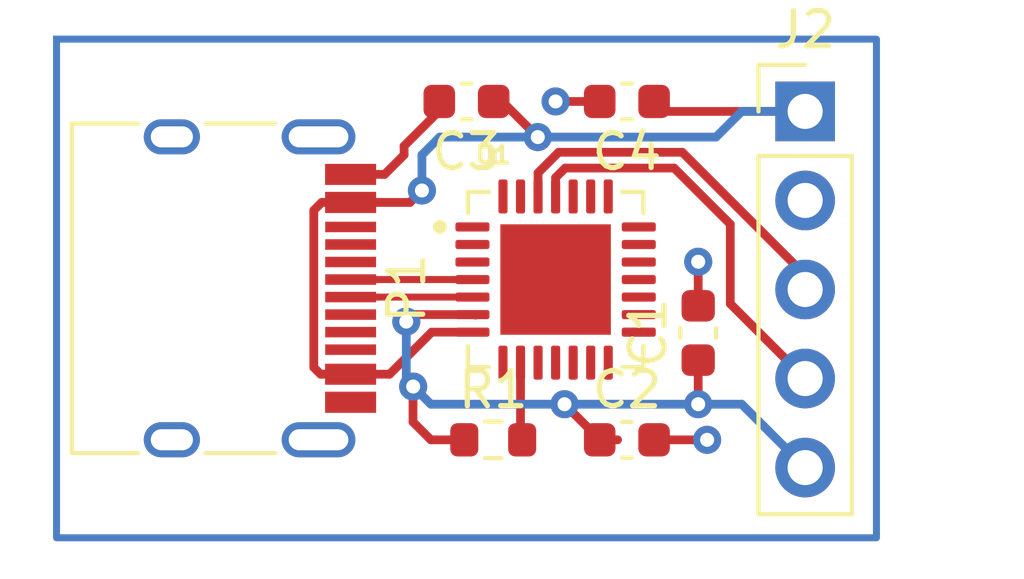
<source format=kicad_pcb>
(kicad_pcb (version 20221018) (generator pcbnew)
  (layers (0 "F.Cu" signal) (31 "B.Cu" signal) (34 "B.Paste" user) (35 "F.Paste" user) (36 "B.SilkS" user "B.Silkscreen") (37 "F.SilkS" user "F.Silkscreen") (38 "B.Mask" user) (39 "F.Mask" user) (44 "Edge.Cuts" user))
  (net 0 "")
  (net 1 "VDD")
  (net 2 "GND")
  (net 3 "VBUS")
  (net 4 "TXD")
  (net 5 "RXD")
  (net 7 "D+")
  (net 8 "D-")
  (net 10 "Net-(U1-~{RST})")
  (footprint "Capacitor_SMD:C_0603_1608Metric" (layer "F.Cu") (at 117.094 91.186)
    (fp_text reference "C2" (at 0 -1.43) (layer "F.SilkS"))
    (fp_text value "100nF")
    (fp_line (start -0.14058 -0.51) (end 0.14058 -0.51) (stroke (width 0.12)) (layer "F.SilkS"))
    (fp_line (start -0.14058 0.51) (end 0.14058 0.51) (stroke (width 0.12)) (layer "F.SilkS"))
    (pad "1" smd roundrect (at -0.775 0) (size 0.9 0.95) (layers "F.Cu" "F.Paste" "F.Mask") (net 1 "VDD"))
    (pad "2" smd roundrect (at 0.775 0) (size 0.9 0.95) (layers "F.Cu" "F.Paste" "F.Mask") (net 2 "GND"))
  )
  (footprint "Resistor_SMD:R_0603_1608Metric" (layer "F.Cu") (at 113.284 91.186)
    (fp_text reference "R1" (at 0 -1.43) (layer "F.SilkS"))
    (fp_text value "4.7K")
    (fp_line (start -0.237258 -0.5225) (end 0.237258 -0.5225) (stroke (width 0.12)) (layer "F.SilkS"))
    (fp_line (start -0.237258 0.5225) (end 0.237258 0.5225) (stroke (width 0.12)) (layer "F.SilkS"))
    (pad "1" smd roundrect (at -0.825 0) (size 0.8 0.95) (layers "F.Cu" "F.Paste" "F.Mask") (net 1 "VDD"))
    (pad "2" smd roundrect (at 0.825 0) (size 0.8 0.95) (layers "F.Cu" "F.Paste" "F.Mask") (net 10 "Net-(U1-~{RST})"))
  )
  (footprint "Connector_PinHeader_2.54mm:PinHeader_1x05_P2.54mm_Vertical" (layer "F.Cu") (at 122.174 81.818)
    (fp_text reference "J2" (at 0 -2.33) (layer "F.SilkS"))
    (fp_text value "Conn_01x05_Pin")
    (fp_line (start -1.33 -1.33) (end 0 -1.33) (stroke (width 0.12)) (layer "F.SilkS"))
    (fp_line (start -1.33 0) (end -1.33 -1.33) (stroke (width 0.12)) (layer "F.SilkS"))
    (fp_line (start -1.33 1.27) (end -1.33 11.49) (stroke (width 0.12)) (layer "F.SilkS"))
    (fp_line (start -1.33 1.27) (end 1.33 1.27) (stroke (width 0.12)) (layer "F.SilkS"))
    (fp_line (start -1.33 11.49) (end 1.33 11.49) (stroke (width 0.12)) (layer "F.SilkS"))
    (fp_line (start 1.33 1.27) (end 1.33 11.49) (stroke (width 0.12)) (layer "F.SilkS"))
    (pad "1" thru_hole rect (at 0 0) (size 1.7 1.7) (drill 1) (layers "*.Cu" "*.Mask") (net 3 "VBUS"))
    (pad "2" thru_hole oval (at 0 2.54) (size 1.7 1.7) (drill 1) (layers "*.Cu" "*.Mask") (net 2 "GND"))
    (pad "3" thru_hole oval (at 0 5.08) (size 1.7 1.7) (drill 1) (layers "*.Cu" "*.Mask") (net 4 "TXD"))
    (pad "4" thru_hole oval (at 0 7.62) (size 1.7 1.7) (drill 1) (layers "*.Cu" "*.Mask") (net 5 "RXD"))
    (pad "5" thru_hole oval (at 0 10.16) (size 1.7 1.7) (drill 1) (layers "*.Cu" "*.Mask") (net 1 "VDD"))
  )
  (footprint "CP2102-GM:QFN50P500X500X100-29N" (layer "F.Cu") (at 115.062 86.614)
    (fp_text reference "U1" (at -1.778 -3.556) (layer "F.SilkS") (effects (font (size 0.48148 0.48148))))
    (fp_text value "CP2102-GM")
    (fp_line (start -2.5 -2.5) (end -1.9 -2.5) (stroke (width 0.127)) (layer "F.SilkS"))
    (fp_line (start -2.5 -1.9) (end -2.5 -2.5) (stroke (width 0.127)) (layer "F.SilkS"))
    (fp_line (start -2.5 2.5) (end -2.5 1.9) (stroke (width 0.127)) (layer "F.SilkS"))
    (fp_line (start -1.9 2.5) (end -2.5 2.5) (stroke (width 0.127)) (layer "F.SilkS"))
    (fp_line (start 1.9 -2.5) (end 2.5 -2.5) (stroke (width 0.127)) (layer "F.SilkS"))
    (fp_line (start 2.5 -2.5) (end 2.5 -1.9) (stroke (width 0.127)) (layer "F.SilkS"))
    (fp_line (start 2.5 1.9) (end 2.5 2.5) (stroke (width 0.127)) (layer "F.SilkS"))
    (fp_line (start 2.5 2.5) (end 1.9 2.5) (stroke (width 0.127)) (layer "F.SilkS"))
    (fp_circle (center -3.3 -1.5) (end -3.2 -1.5) (stroke (width 0.2)) (fill none) (layer "F.SilkS"))
    (pad "1" smd roundrect (at -2.37 -1.5 270) (size 0.26 0.97) (layers "F.Cu" "F.Paste" "F.Mask") (roundrect_rratio 0.24))
    (pad "2" smd roundrect (at -2.37 -1 270) (size 0.26 0.97) (layers "F.Cu" "F.Paste" "F.Mask") (roundrect_rratio 0.24))
    (pad "3" smd roundrect (at -2.37 -0.5 270) (size 0.26 0.97) (layers "F.Cu" "F.Paste" "F.Mask") (roundrect_rratio 0.24) (net 2 "GND"))
    (pad "4" smd roundrect (at -2.37 0 270) (size 0.26 0.97) (layers "F.Cu" "F.Paste" "F.Mask") (roundrect_rratio 0.24) (net 7 "D+"))
    (pad "5" smd roundrect (at -2.37 0.5 270) (size 0.26 0.97) (layers "F.Cu" "F.Paste" "F.Mask") (roundrect_rratio 0.24) (net 8 "D-"))
    (pad "6" smd roundrect (at -2.37 1 270) (size 0.26 0.97) (layers "F.Cu" "F.Paste" "F.Mask") (roundrect_rratio 0.24) (net 1 "VDD"))
    (pad "7" smd roundrect (at -2.37 1.5 270) (size 0.26 0.97) (layers "F.Cu" "F.Paste" "F.Mask") (roundrect_rratio 0.24) (net 3 "VBUS"))
    (pad "8" smd roundrect (at -1.5 2.37) (size 0.26 0.97) (layers "F.Cu" "F.Paste" "F.Mask") (roundrect_rratio 0.24) (net 3 "VBUS"))
    (pad "9" smd roundrect (at -1 2.37) (size 0.26 0.97) (layers "F.Cu" "F.Paste" "F.Mask") (roundrect_rratio 0.24) (net 10 "Net-(U1-~{RST})"))
    (pad "10" smd roundrect (at -0.5 2.37) (size 0.26 0.97) (layers "F.Cu" "F.Paste" "F.Mask") (roundrect_rratio 0.24))
    (pad "11" smd roundrect (at 0 2.37) (size 0.26 0.97) (layers "F.Cu" "F.Paste" "F.Mask") (roundrect_rratio 0.24))
    (pad "12" smd roundrect (at 0.5 2.37) (size 0.26 0.97) (layers "F.Cu" "F.Paste" "F.Mask") (roundrect_rratio 0.24))
    (pad "13" smd roundrect (at 1 2.37) (size 0.26 0.97) (layers "F.Cu" "F.Paste" "F.Mask") (roundrect_rratio 0.24))
    (pad "14" smd roundrect (at 1.5 2.37) (size 0.26 0.97) (layers "F.Cu" "F.Paste" "F.Mask") (roundrect_rratio 0.24))
    (pad "15" smd roundrect (at 2.37 1.5 270) (size 0.26 0.97) (layers "F.Cu" "F.Paste" "F.Mask") (roundrect_rratio 0.24))
    (pad "16" smd roundrect (at 2.37 1 270) (size 0.26 0.97) (layers "F.Cu" "F.Paste" "F.Mask") (roundrect_rratio 0.24))
    (pad "17" smd roundrect (at 2.37 0.5 270) (size 0.26 0.97) (layers "F.Cu" "F.Paste" "F.Mask") (roundrect_rratio 0.24))
    (pad "18" smd roundrect (at 2.37 0 270) (size 0.26 0.97) (layers "F.Cu" "F.Paste" "F.Mask") (roundrect_rratio 0.24))
    (pad "19" smd roundrect (at 2.37 -0.5 270) (size 0.26 0.97) (layers "F.Cu" "F.Paste" "F.Mask") (roundrect_rratio 0.24))
    (pad "20" smd roundrect (at 2.37 -1 270) (size 0.26 0.97) (layers "F.Cu" "F.Paste" "F.Mask") (roundrect_rratio 0.24))
    (pad "21" smd roundrect (at 2.37 -1.5 270) (size 0.26 0.97) (layers "F.Cu" "F.Paste" "F.Mask") (roundrect_rratio 0.24))
    (pad "22" smd roundrect (at 1.5 -2.37) (size 0.26 0.97) (layers "F.Cu" "F.Paste" "F.Mask") (roundrect_rratio 0.24))
    (pad "23" smd roundrect (at 1 -2.37) (size 0.26 0.97) (layers "F.Cu" "F.Paste" "F.Mask") (roundrect_rratio 0.24))
    (pad "24" smd roundrect (at 0.5 -2.37) (size 0.26 0.97) (layers "F.Cu" "F.Paste" "F.Mask") (roundrect_rratio 0.24))
    (pad "25" smd roundrect (at 0 -2.37) (size 0.26 0.97) (layers "F.Cu" "F.Paste" "F.Mask") (roundrect_rratio 0.24) (net 5 "RXD"))
    (pad "26" smd roundrect (at -0.5 -2.37) (size 0.26 0.97) (layers "F.Cu" "F.Paste" "F.Mask") (roundrect_rratio 0.24) (net 4 "TXD"))
    (pad "27" smd roundrect (at -1 -2.37) (size 0.26 0.97) (layers "F.Cu" "F.Paste" "F.Mask") (roundrect_rratio 0.24))
    (pad "28" smd roundrect (at -1.5 -2.37) (size 0.26 0.97) (layers "F.Cu" "F.Paste" "F.Mask") (roundrect_rratio 0.24))
    (pad "29" smd rect (at 0 0) (size 3.15 3.15) (layers "F.Cu" "F.Mask") (net 2 "GND"))
  )
  (footprint "Capacitor_SMD:C_0603_1608Metric" (layer "F.Cu") (at 112.522 81.534 180)
    (fp_text reference "C3" (at 0 -1.43) (layer "F.SilkS"))
    (fp_text value "1uF")
    (fp_line (start -0.14058 -0.51) (end 0.14058 -0.51) (stroke (width 0.12)) (layer "F.SilkS"))
    (fp_line (start -0.14058 0.51) (end 0.14058 0.51) (stroke (width 0.12)) (layer "F.SilkS"))
    (pad "1" smd roundrect (at -0.775 0 180) (size 0.9 0.95) (layers "F.Cu" "F.Paste" "F.Mask") (net 3 "VBUS"))
    (pad "2" smd roundrect (at 0.775 0 180) (size 0.9 0.95) (layers "F.Cu" "F.Paste" "F.Mask") (net 2 "GND"))
  )
  (footprint "Connector_USB:USB_C_Receptacle_HRO_TYPE-C-31-M-12" (layer "F.Cu") (at 105.175 86.864 -90)
    (fp_text reference "P1" (at 0 -5.645 90) (layer "F.SilkS"))
    (fp_text value "USB_C_Plug_USB2.0")
    (fp_line (start -4.7 -1.9) (end -4.7 0.1) (stroke (width 0.12)) (layer "F.SilkS"))
    (fp_line (start -4.7 2) (end -4.7 3.9) (stroke (width 0.12)) (layer "F.SilkS"))
    (fp_line (start -4.7 3.9) (end 4.7 3.9) (stroke (width 0.12)) (layer "F.SilkS"))
    (fp_line (start 4.7 -1.9) (end 4.7 0.1) (stroke (width 0.12)) (layer "F.SilkS"))
    (fp_line (start 4.7 2) (end 4.7 3.9) (stroke (width 0.12)) (layer "F.SilkS"))
    (pad "" np_thru_hole circle (at -2.89 -2.6 270) (size 0.65 0.65) (drill 0.65) (layers "*.Cu" "*.Mask"))
    (pad "" np_thru_hole circle (at 2.89 -2.6 270) (size 0.65 0.65) (drill 0.65) (layers "*.Cu" "*.Mask"))
    (pad "A1" smd rect (at -3.25 -4.045 270) (size 0.6 1.45) (layers "F.Cu" "F.Paste" "F.Mask") (net 2 "GND"))
    (pad "A4" smd rect (at -2.45 -4.045 270) (size 0.6 1.45) (layers "F.Cu" "F.Paste" "F.Mask") (net 3 "VBUS"))
    (pad "A5" smd rect (at -1.25 -4.045 270) (size 0.3 1.45) (layers "F.Cu" "F.Paste" "F.Mask"))
    (pad "A6" smd rect (at -0.25 -4.045 270) (size 0.3 1.45) (layers "F.Cu" "F.Paste" "F.Mask") (net 7 "D+"))
    (pad "A7" smd rect (at 0.25 -4.045 270) (size 0.3 1.45) (layers "F.Cu" "F.Paste" "F.Mask") (net 8 "D-"))
    (pad "A8" smd rect (at 1.25 -4.045 270) (size 0.3 1.45) (layers "F.Cu" "F.Paste" "F.Mask"))
    (pad "A9" smd rect (at 2.45 -4.045 270) (size 0.6 1.45) (layers "F.Cu" "F.Paste" "F.Mask") (net 3 "VBUS"))
    (pad "A12" smd rect (at 3.25 -4.045 270) (size 0.6 1.45) (layers "F.Cu" "F.Paste" "F.Mask") (net 2 "GND"))
    (pad "B1" smd rect (at 3.25 -4.045 270) (size 0.6 1.45) (layers "F.Cu" "F.Paste" "F.Mask") (net 2 "GND"))
    (pad "B4" smd rect (at 2.45 -4.045 270) (size 0.6 1.45) (layers "F.Cu" "F.Paste" "F.Mask") (net 3 "VBUS"))
    (pad "B5" smd rect (at 1.75 -4.045 270) (size 0.3 1.45) (layers "F.Cu" "F.Paste" "F.Mask"))
    (pad "B6" smd rect (at 0.75 -4.045 270) (size 0.3 1.45) (layers "F.Cu" "F.Paste" "F.Mask"))
    (pad "B7" smd rect (at -0.75 -4.045 270) (size 0.3 1.45) (layers "F.Cu" "F.Paste" "F.Mask"))
    (pad "B8" smd rect (at -1.75 -4.045 270) (size 0.3 1.45) (layers "F.Cu" "F.Paste" "F.Mask"))
    (pad "B9" smd rect (at -2.45 -4.045 270) (size 0.6 1.45) (layers "F.Cu" "F.Paste" "F.Mask") (net 3 "VBUS"))
    (pad "B12" smd rect (at -3.25 -4.045 270) (size 0.6 1.45) (layers "F.Cu" "F.Paste" "F.Mask") (net 2 "GND"))
    (pad "S1" thru_hole oval (at -4.32 -3.13 270) (size 1 2.1) (drill oval 0.6 1.7) (layers "*.Cu" "*.Mask") (net 2 "GND"))
    (pad "S1" thru_hole oval (at -4.32 1.05 270) (size 1 1.6) (drill oval 0.6 1.2) (layers "*.Cu" "*.Mask") (net 2 "GND"))
    (pad "S1" thru_hole oval (at 4.32 -3.13 270) (size 1 2.1) (drill oval 0.6 1.7) (layers "*.Cu" "*.Mask") (net 2 "GND"))
    (pad "S1" thru_hole oval (at 4.32 1.05 270) (size 1 1.6) (drill oval 0.6 1.2) (layers "*.Cu" "*.Mask") (net 2 "GND"))
  )
  (footprint "Capacitor_SMD:C_0603_1608Metric" (layer "F.Cu") (at 119.126 88.138 90)
    (fp_text reference "C1" (at 0 -1.43 90) (layer "F.SilkS"))
    (fp_text value "4.7uF")
    (fp_line (start -0.14058 -0.51) (end 0.14058 -0.51) (stroke (width 0.12)) (layer "F.SilkS"))
    (fp_line (start -0.14058 0.51) (end 0.14058 0.51) (stroke (width 0.12)) (layer "F.SilkS"))
    (pad "1" smd roundrect (at -0.775 0 90) (size 0.9 0.95) (layers "F.Cu" "F.Paste" "F.Mask") (net 1 "VDD"))
    (pad "2" smd roundrect (at 0.775 0 90) (size 0.9 0.95) (layers "F.Cu" "F.Paste" "F.Mask") (net 2 "GND"))
  )
  (footprint "Capacitor_SMD:C_0603_1608Metric" (layer "F.Cu") (at 117.094 81.534 180)
    (fp_text reference "C4" (at 0 -1.43) (layer "F.SilkS"))
    (fp_text value "0.1uF")
    (fp_line (start -0.14058 -0.51) (end 0.14058 -0.51) (stroke (width 0.12)) (layer "F.SilkS"))
    (fp_line (start -0.14058 0.51) (end 0.14058 0.51) (stroke (width 0.12)) (layer "F.SilkS"))
    (pad "1" smd roundrect (at -0.775 0 180) (size 0.9 0.95) (layers "F.Cu" "F.Paste" "F.Mask") (net 3 "VBUS"))
    (pad "2" smd roundrect (at 0.775 0 180) (size 0.9 0.95) (layers "F.Cu" "F.Paste" "F.Mask") (net 2 "GND"))
  )
  (gr_rect (start 100.838 79.756) (end 124.206 93.98) (stroke (width 0.2)) (fill none) (layer "B.Cu"))
  (segment (start 112.459 91.186) (end 111.506 91.186) (width 0.25) (layer "F.Cu") (net 1))
  (segment (start 110.998 90.678) (end 110.998 89.670598) (width 0.25) (layer "F.Cu") (net 1))
  (segment (start 116.827 91.186) (end 116.332 91.186) (width 0.25) (layer "F.Cu") (net 1))
  (segment (start 110.998 89.670598) (end 111.002299 89.666299) (width 0.25) (layer "F.Cu") (net 1))
  (segment (start 111.005401 87.614) (end 110.806261 87.81314) (width 0.25) (layer "F.Cu") (net 1))
  (segment (start 112.692 87.614) (end 111.005401 87.614) (width 0.25) (layer "F.Cu") (net 1))
  (segment (start 116.319 91.173) (end 115.316 90.17) (width 0.25) (layer "F.Cu") (net 1))
  (segment (start 112.692 87.614) (end 112.76 87.614) (width 0.25) (layer "F.Cu") (net 1))
  (segment (start 112.776 87.63) (end 112.76 87.614) (width 0.25) (layer "F.Cu") (net 1))
  (segment (start 119.126 88.913) (end 119.126 90.17) (width 0.25) (layer "F.Cu") (net 1))
  (segment (start 116.319 91.186) (end 116.319 91.173) (width 0.25) (layer "F.Cu") (net 1))
  (segment (start 111.506 91.186) (end 110.998 90.678) (width 0.25) (layer "F.Cu") (net 1))
  (via (at 119.126 90.17) (size 0.8) (drill 0.4) (layers "F.Cu" "B.Cu") (net 1))
  (via (at 115.316 90.17) (size 0.8) (drill 0.4) (layers "F.Cu" "B.Cu") (net 1))
  (via (at 110.806261 87.81314) (size 0.8) (drill 0.4) (layers "F.Cu" "B.Cu") (net 1))
  (via (at 111.002299 89.666299) (size 0.8) (drill 0.4) (layers "F.Cu" "B.Cu") (net 1))
  (segment (start 119.126 90.17) (end 120.366 90.17) (width 0.25) (layer "B.Cu") (net 1))
  (segment (start 110.806261 89.470261) (end 111.506 90.17) (width 0.25) (layer "B.Cu") (net 1))
  (segment (start 120.366 90.17) (end 122.174 91.978) (width 0.25) (layer "B.Cu") (net 1))
  (segment (start 111.506 90.17) (end 115.316 90.17) (width 0.25) (layer "B.Cu") (net 1))
  (segment (start 115.316 90.17) (end 119.126 90.17) (width 0.25) (layer "B.Cu") (net 1))
  (segment (start 110.806261 87.81314) (end 110.806261 89.470261) (width 0.25) (layer "B.Cu") (net 1))
  (segment (start 119.126 87.363) (end 119.126 86.106) (width 0.25) (layer "F.Cu") (net 2))
  (segment (start 110.744 82.804) (end 110.744 83.058) (width 0.25) (layer "F.Cu") (net 2))
  (segment (start 111.747 81.801) (end 111.747 81.534) (width 0.25) (layer "F.Cu") (net 2))
  (segment (start 109.22 90.114) (end 109.22 90.269) (width 0.25) (layer "F.Cu") (net 2))
  (segment (start 109.22 83.614) (end 109.22 83.459) (width 0.25) (layer "F.Cu") (net 2))
  (segment (start 110.188 83.614) (end 109.22 83.614) (width 0.25) (layer "F.Cu") (net 2))
  (segment (start 110.744 83.058) (end 110.188 83.614) (width 0.25) (layer "F.Cu") (net 2))
  (segment (start 117.869 91.186) (end 119.38 91.186) (width 0.25) (layer "F.Cu") (net 2))
  (segment (start 116.319 81.534) (end 115.062 81.534) (width 0.25) (layer "F.Cu") (net 2))
  (segment (start 110.744 82.804) (end 111.747 81.801) (width 0.25) (layer "F.Cu") (net 2))
  (via (at 119.38 91.186) (size 0.8) (drill 0.4) (layers "F.Cu" "B.Cu") (net 2))
  (via (at 115.062 81.534) (size 0.8) (drill 0.4) (layers "F.Cu" "B.Cu") (net 2))
  (via (at 119.126 86.106) (size 0.8) (drill 0.4) (layers "F.Cu" "B.Cu") (net 2))
  (segment (start 108.395 84.414) (end 108.17 84.639) (width 0.25) (layer "F.Cu") (net 3))
  (segment (start 108.17 89.12) (end 108.364 89.314) (width 0.25) (layer "F.Cu") (net 3))
  (segment (start 112.692 88.114) (end 111.53 88.114) (width 0.25) (layer "F.Cu") (net 3))
  (segment (start 108.364 89.314) (end 109.22 89.314) (width 0.25) (layer "F.Cu") (net 3))
  (segment (start 111.53 88.114) (end 110.33 89.314) (width 0.25) (layer "F.Cu") (net 3))
  (segment (start 113.538 81.534) (end 114.554 82.55) (width 0.25) (layer "F.Cu") (net 3))
  (segment (start 109.22 84.414) (end 110.912 84.414) (width 0.25) (layer "F.Cu") (net 3))
  (segment (start 117.869 81.534) (end 118.153 81.818) (width 0.25) (layer "F.Cu") (net 3))
  (segment (start 110.33 89.314) (end 109.22 89.314) (width 0.25) (layer "F.Cu") (net 3))
  (segment (start 113.297 81.534) (end 113.538 81.534) (width 0.25) (layer "F.Cu") (net 3))
  (segment (start 109.22 84.414) (end 108.395 84.414) (width 0.25) (layer "F.Cu") (net 3))
  (segment (start 110.912 84.414) (end 111.252 84.074) (width 0.25) (layer "F.Cu") (net 3))
  (segment (start 118.153 81.818) (end 122.174 81.818) (width 0.25) (layer "F.Cu") (net 3))
  (segment (start 108.17 84.639) (end 108.17 89.12) (width 0.25) (layer "F.Cu") (net 3))
  (via (at 111.252 84.074) (size 0.8) (drill 0.4) (layers "F.Cu" "B.Cu") (net 3))
  (via (at 114.554 82.55) (size 0.8) (drill 0.4) (layers "F.Cu" "B.Cu") (net 3))
  (segment (start 120.366 81.818) (end 122.174 81.818) (width 0.25) (layer "B.Cu") (net 3))
  (segment (start 111.252 83.058) (end 111.76 82.55) (width 0.25) (layer "B.Cu") (net 3))
  (segment (start 111.76 82.55) (end 114.554 82.55) (width 0.25) (layer "B.Cu") (net 3))
  (segment (start 111.252 84.074) (end 111.252 83.058) (width 0.25) (layer "B.Cu") (net 3))
  (segment (start 119.634 82.55) (end 120.366 81.818) (width 0.25) (layer "B.Cu") (net 3))
  (segment (start 114.554 82.55) (end 119.634 82.55) (width 0.25) (layer "B.Cu") (net 3))
  (segment (start 122.174 86.485604) (end 122.174 86.898) (width 0.25) (layer "F.Cu") (net 4))
  (segment (start 115.147538 82.984) (end 114.562 83.569538) (width 0.25) (layer "F.Cu") (net 4))
  (segment (start 114.562 83.569538) (end 114.562 84.244) (width 0.25) (layer "F.Cu") (net 4))
  (segment (start 114.562 84.082) (end 114.554 84.074) (width 0.25) (layer "F.Cu") (net 4))
  (segment (start 114.562 84.244) (end 114.562 84.082) (width 0.25) (layer "F.Cu") (net 4))
  (segment (start 118.672396 82.984) (end 115.147538 82.984) (width 0.25) (layer "F.Cu") (net 4))
  (segment (start 118.672396 82.984) (end 122.174 86.485604) (width 0.25) (layer "F.Cu") (net 4))
  (segment (start 115.062 83.705934) (end 115.333934 83.434) (width 0.25) (layer "F.Cu") (net 5))
  (segment (start 120.0404 87.3044) (end 122.174 89.438) (width 0.25) (layer "F.Cu") (net 5))
  (segment (start 115.062 84.244) (end 115.062 83.705934) (width 0.25) (layer "F.Cu") (net 5))
  (segment (start 118.4402 83.434) (end 120.0404 85.0342) (width 0.25) (layer "F.Cu") (net 5))
  (segment (start 120.0404 85.0342) (end 120.0404 87.3044) (width 0.25) (layer "F.Cu") (net 5))
  (segment (start 115.333934 83.434) (end 118.4402 83.434) (width 0.25) (layer "F.Cu") (net 5))
  (segment (start 109.22 86.614) (end 112.692 86.614) (width 0.2) (layer "F.Cu") (net 7))
  (segment (start 109.22 87.114) (end 112.692 87.114) (width 0.2) (layer "F.Cu") (net 8))
  (segment (start 114.062 91.139) (end 114.062 88.984) (width 0.25) (layer "F.Cu") (net 10))
  (segment (start 114.109 91.186) (end 114.062 91.139) (width 0.25) (layer "F.Cu") (net 10))
)
</source>
